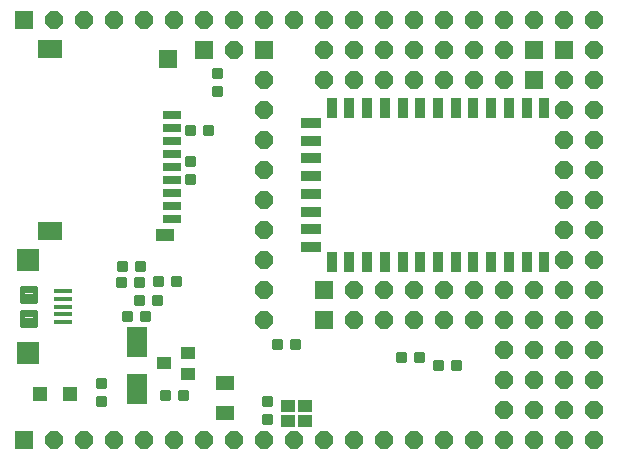
<source format=gbs>
G75*
G70*
%OFA0B0*%
%FSLAX24Y24*%
%IPPOS*%
%LPD*%
%AMOC8*
5,1,8,0,0,1.08239X$1,22.5*
%
%ADD10R,0.0600X0.0600*%
%ADD11OC8,0.0600*%
%ADD12C,0.0087*%
%ADD13R,0.0360X0.0700*%
%ADD14R,0.0700X0.0360*%
%ADD15R,0.0598X0.0150*%
%ADD16C,0.0180*%
%ADD17R,0.0748X0.0748*%
%ADD18R,0.0600X0.0300*%
%ADD19R,0.0600X0.0400*%
%ADD20R,0.0800X0.0600*%
%ADD21R,0.0500X0.0500*%
%ADD22R,0.0669X0.0984*%
%ADD23R,0.0450X0.0400*%
%ADD24R,0.0600X0.0500*%
%ADD25R,0.0500X0.0400*%
D10*
X001151Y001151D03*
X011151Y005151D03*
X011151Y006151D03*
X018151Y013151D03*
X018151Y014151D03*
X019151Y014151D03*
X009151Y014151D03*
X007151Y014151D03*
X005947Y013866D03*
X001151Y015151D03*
D11*
X002151Y015151D03*
X003151Y015151D03*
X004151Y015151D03*
X005151Y015151D03*
X006151Y015151D03*
X007151Y015151D03*
X008151Y015151D03*
X009151Y015151D03*
X010151Y015151D03*
X011151Y015151D03*
X012151Y015151D03*
X013151Y015151D03*
X014151Y015151D03*
X015151Y015151D03*
X016151Y015151D03*
X017151Y015151D03*
X018151Y015151D03*
X019151Y015151D03*
X020151Y015151D03*
X020151Y014151D03*
X020151Y013151D03*
X019151Y013151D03*
X019151Y012151D03*
X020151Y012151D03*
X020151Y011151D03*
X019151Y011151D03*
X019151Y010151D03*
X020151Y010151D03*
X020151Y009151D03*
X019151Y009151D03*
X019151Y008151D03*
X020151Y008151D03*
X020151Y007151D03*
X019151Y007151D03*
X019151Y006151D03*
X018151Y006151D03*
X017151Y006151D03*
X016151Y006151D03*
X015151Y006151D03*
X014151Y006151D03*
X013151Y006151D03*
X012151Y006151D03*
X012151Y005151D03*
X013151Y005151D03*
X014151Y005151D03*
X015151Y005151D03*
X016151Y005151D03*
X017151Y005151D03*
X018151Y005151D03*
X019151Y005151D03*
X020151Y005151D03*
X020151Y004151D03*
X019151Y004151D03*
X018151Y004151D03*
X017151Y004151D03*
X017151Y003151D03*
X018151Y003151D03*
X019151Y003151D03*
X020151Y003151D03*
X020151Y002151D03*
X019151Y002151D03*
X018151Y002151D03*
X017151Y002151D03*
X017151Y001151D03*
X016151Y001151D03*
X015151Y001151D03*
X014151Y001151D03*
X013151Y001151D03*
X012151Y001151D03*
X011151Y001151D03*
X010151Y001151D03*
X009151Y001151D03*
X008151Y001151D03*
X007151Y001151D03*
X006151Y001151D03*
X005151Y001151D03*
X004151Y001151D03*
X003151Y001151D03*
X002151Y001151D03*
X009151Y005151D03*
X009151Y006151D03*
X009151Y007151D03*
X009151Y008151D03*
X009151Y009151D03*
X009151Y010151D03*
X009151Y011151D03*
X009151Y012151D03*
X009151Y013151D03*
X008151Y014151D03*
X011151Y014151D03*
X012151Y014151D03*
X013151Y014151D03*
X014151Y014151D03*
X015151Y014151D03*
X016151Y014151D03*
X017151Y014151D03*
X017151Y013151D03*
X016151Y013151D03*
X015151Y013151D03*
X014151Y013151D03*
X013151Y013151D03*
X012151Y013151D03*
X011151Y013151D03*
X020151Y006151D03*
X020151Y001151D03*
X019151Y001151D03*
X018151Y001151D03*
D12*
X015683Y003783D02*
X015419Y003783D01*
X015683Y003783D02*
X015683Y003519D01*
X015419Y003519D01*
X015419Y003783D01*
X015419Y003605D02*
X015683Y003605D01*
X015683Y003691D02*
X015419Y003691D01*
X015419Y003777D02*
X015683Y003777D01*
X015083Y003783D02*
X014819Y003783D01*
X015083Y003783D02*
X015083Y003519D01*
X014819Y003519D01*
X014819Y003783D01*
X014819Y003605D02*
X015083Y003605D01*
X015083Y003691D02*
X014819Y003691D01*
X014819Y003777D02*
X015083Y003777D01*
X014473Y003809D02*
X014209Y003809D01*
X014209Y004073D01*
X014473Y004073D01*
X014473Y003809D01*
X014473Y003895D02*
X014209Y003895D01*
X014209Y003981D02*
X014473Y003981D01*
X014473Y004067D02*
X014209Y004067D01*
X013873Y003809D02*
X013609Y003809D01*
X013609Y004073D01*
X013873Y004073D01*
X013873Y003809D01*
X013873Y003895D02*
X013609Y003895D01*
X013609Y003981D02*
X013873Y003981D01*
X013873Y004067D02*
X013609Y004067D01*
X010333Y004239D02*
X010069Y004239D01*
X010069Y004503D01*
X010333Y004503D01*
X010333Y004239D01*
X010333Y004325D02*
X010069Y004325D01*
X010069Y004411D02*
X010333Y004411D01*
X010333Y004497D02*
X010069Y004497D01*
X009733Y004239D02*
X009469Y004239D01*
X009469Y004503D01*
X009733Y004503D01*
X009733Y004239D01*
X009733Y004325D02*
X009469Y004325D01*
X009469Y004411D02*
X009733Y004411D01*
X009733Y004497D02*
X009469Y004497D01*
X009119Y002583D02*
X009119Y002319D01*
X009119Y002583D02*
X009383Y002583D01*
X009383Y002319D01*
X009119Y002319D01*
X009119Y002405D02*
X009383Y002405D01*
X009383Y002491D02*
X009119Y002491D01*
X009119Y002577D02*
X009383Y002577D01*
X009119Y001983D02*
X009119Y001719D01*
X009119Y001983D02*
X009383Y001983D01*
X009383Y001719D01*
X009119Y001719D01*
X009119Y001805D02*
X009383Y001805D01*
X009383Y001891D02*
X009119Y001891D01*
X009119Y001977D02*
X009383Y001977D01*
X006583Y002783D02*
X006319Y002783D01*
X006583Y002783D02*
X006583Y002519D01*
X006319Y002519D01*
X006319Y002783D01*
X006319Y002605D02*
X006583Y002605D01*
X006583Y002691D02*
X006319Y002691D01*
X006319Y002777D02*
X006583Y002777D01*
X005983Y002783D02*
X005719Y002783D01*
X005983Y002783D02*
X005983Y002519D01*
X005719Y002519D01*
X005719Y002783D01*
X005719Y002605D02*
X005983Y002605D01*
X005983Y002691D02*
X005719Y002691D01*
X005719Y002777D02*
X005983Y002777D01*
X003873Y002939D02*
X003873Y003203D01*
X003873Y002939D02*
X003609Y002939D01*
X003609Y003203D01*
X003873Y003203D01*
X003873Y003025D02*
X003609Y003025D01*
X003609Y003111D02*
X003873Y003111D01*
X003873Y003197D02*
X003609Y003197D01*
X003873Y002603D02*
X003873Y002339D01*
X003609Y002339D01*
X003609Y002603D01*
X003873Y002603D01*
X003873Y002425D02*
X003609Y002425D01*
X003609Y002511D02*
X003873Y002511D01*
X003873Y002597D02*
X003609Y002597D01*
X004469Y005433D02*
X004733Y005433D01*
X004733Y005169D01*
X004469Y005169D01*
X004469Y005433D01*
X004469Y005255D02*
X004733Y005255D01*
X004733Y005341D02*
X004469Y005341D01*
X004469Y005427D02*
X004733Y005427D01*
X005069Y005433D02*
X005333Y005433D01*
X005333Y005169D01*
X005069Y005169D01*
X005069Y005433D01*
X005069Y005255D02*
X005333Y005255D01*
X005333Y005341D02*
X005069Y005341D01*
X005069Y005427D02*
X005333Y005427D01*
X005469Y005963D02*
X005733Y005963D01*
X005733Y005699D01*
X005469Y005699D01*
X005469Y005963D01*
X005469Y005785D02*
X005733Y005785D01*
X005733Y005871D02*
X005469Y005871D01*
X005469Y005957D02*
X005733Y005957D01*
X005753Y006329D02*
X005489Y006329D01*
X005489Y006593D01*
X005753Y006593D01*
X005753Y006329D01*
X005753Y006415D02*
X005489Y006415D01*
X005489Y006501D02*
X005753Y006501D01*
X005753Y006587D02*
X005489Y006587D01*
X005133Y006309D02*
X004869Y006309D01*
X004869Y006573D01*
X005133Y006573D01*
X005133Y006309D01*
X005133Y006395D02*
X004869Y006395D01*
X004869Y006481D02*
X005133Y006481D01*
X005133Y006567D02*
X004869Y006567D01*
X004909Y006819D02*
X005173Y006819D01*
X004909Y006819D02*
X004909Y007083D01*
X005173Y007083D01*
X005173Y006819D01*
X005173Y006905D02*
X004909Y006905D01*
X004909Y006991D02*
X005173Y006991D01*
X005173Y007077D02*
X004909Y007077D01*
X004573Y006819D02*
X004309Y006819D01*
X004309Y007083D01*
X004573Y007083D01*
X004573Y006819D01*
X004573Y006905D02*
X004309Y006905D01*
X004309Y006991D02*
X004573Y006991D01*
X004573Y007077D02*
X004309Y007077D01*
X004269Y006309D02*
X004533Y006309D01*
X004269Y006309D02*
X004269Y006573D01*
X004533Y006573D01*
X004533Y006309D01*
X004533Y006395D02*
X004269Y006395D01*
X004269Y006481D02*
X004533Y006481D01*
X004533Y006567D02*
X004269Y006567D01*
X004869Y005963D02*
X005133Y005963D01*
X005133Y005699D01*
X004869Y005699D01*
X004869Y005963D01*
X004869Y005785D02*
X005133Y005785D01*
X005133Y005871D02*
X004869Y005871D01*
X004869Y005957D02*
X005133Y005957D01*
X006089Y006329D02*
X006353Y006329D01*
X006089Y006329D02*
X006089Y006593D01*
X006353Y006593D01*
X006353Y006329D01*
X006353Y006415D02*
X006089Y006415D01*
X006089Y006501D02*
X006353Y006501D01*
X006353Y006587D02*
X006089Y006587D01*
X006569Y009739D02*
X006569Y010003D01*
X006833Y010003D01*
X006833Y009739D01*
X006569Y009739D01*
X006569Y009825D02*
X006833Y009825D01*
X006833Y009911D02*
X006569Y009911D01*
X006569Y009997D02*
X006833Y009997D01*
X006569Y010339D02*
X006569Y010603D01*
X006833Y010603D01*
X006833Y010339D01*
X006569Y010339D01*
X006569Y010425D02*
X006833Y010425D01*
X006833Y010511D02*
X006569Y010511D01*
X006569Y010597D02*
X006833Y010597D01*
X006833Y011369D02*
X006569Y011369D01*
X006569Y011633D01*
X006833Y011633D01*
X006833Y011369D01*
X006833Y011455D02*
X006569Y011455D01*
X006569Y011541D02*
X006833Y011541D01*
X006833Y011627D02*
X006569Y011627D01*
X007169Y011369D02*
X007433Y011369D01*
X007169Y011369D02*
X007169Y011633D01*
X007433Y011633D01*
X007433Y011369D01*
X007433Y011455D02*
X007169Y011455D01*
X007169Y011541D02*
X007433Y011541D01*
X007433Y011627D02*
X007169Y011627D01*
X007449Y012659D02*
X007449Y012923D01*
X007713Y012923D01*
X007713Y012659D01*
X007449Y012659D01*
X007449Y012745D02*
X007713Y012745D01*
X007713Y012831D02*
X007449Y012831D01*
X007449Y012917D02*
X007713Y012917D01*
X007449Y013259D02*
X007449Y013523D01*
X007713Y013523D01*
X007713Y013259D01*
X007449Y013259D01*
X007449Y013345D02*
X007713Y013345D01*
X007713Y013431D02*
X007449Y013431D01*
X007449Y013517D02*
X007713Y013517D01*
D13*
X011415Y012219D03*
X012005Y012219D03*
X012596Y012219D03*
X013186Y012219D03*
X013777Y012219D03*
X014367Y012219D03*
X014958Y012219D03*
X015548Y012219D03*
X016139Y012219D03*
X016730Y012219D03*
X017320Y012219D03*
X017911Y012219D03*
X018501Y012219D03*
X018501Y007101D03*
X017911Y007101D03*
X017320Y007101D03*
X016730Y007101D03*
X016139Y007101D03*
X015548Y007101D03*
X014958Y007101D03*
X014367Y007101D03*
X013777Y007101D03*
X013186Y007101D03*
X012596Y007101D03*
X012005Y007101D03*
X011415Y007101D03*
D14*
X010726Y007593D03*
X010726Y008184D03*
X010726Y008774D03*
X010726Y009365D03*
X010726Y009956D03*
X010726Y010546D03*
X010726Y011137D03*
X010726Y011727D03*
D15*
X002451Y006113D03*
X002451Y005857D03*
X002451Y005601D03*
X002451Y005345D03*
X002451Y005089D03*
D16*
X001511Y004991D02*
X001511Y005411D01*
X001511Y004991D02*
X001091Y004991D01*
X001091Y005411D01*
X001511Y005411D01*
X001511Y005170D02*
X001091Y005170D01*
X001091Y005349D02*
X001511Y005349D01*
X001511Y005791D02*
X001511Y006211D01*
X001511Y005791D02*
X001091Y005791D01*
X001091Y006211D01*
X001511Y006211D01*
X001511Y005970D02*
X001091Y005970D01*
X001091Y006149D02*
X001511Y006149D01*
D17*
X001301Y007156D03*
X001301Y004046D03*
D18*
X006101Y008519D03*
X006101Y008952D03*
X006101Y009385D03*
X006101Y009818D03*
X006101Y010251D03*
X006101Y010684D03*
X006101Y011117D03*
X006101Y011550D03*
X006101Y011983D03*
D19*
X005865Y007989D03*
D20*
X002017Y008125D03*
X002017Y014188D03*
D21*
X001701Y002701D03*
X002701Y002701D03*
D22*
X004931Y002864D03*
X004931Y004439D03*
D23*
X005821Y003721D03*
X006621Y003371D03*
X006621Y004071D03*
D24*
X007851Y003051D03*
X007851Y002051D03*
D25*
X009951Y001801D03*
X010511Y001801D03*
X010511Y002301D03*
X009951Y002301D03*
M02*

</source>
